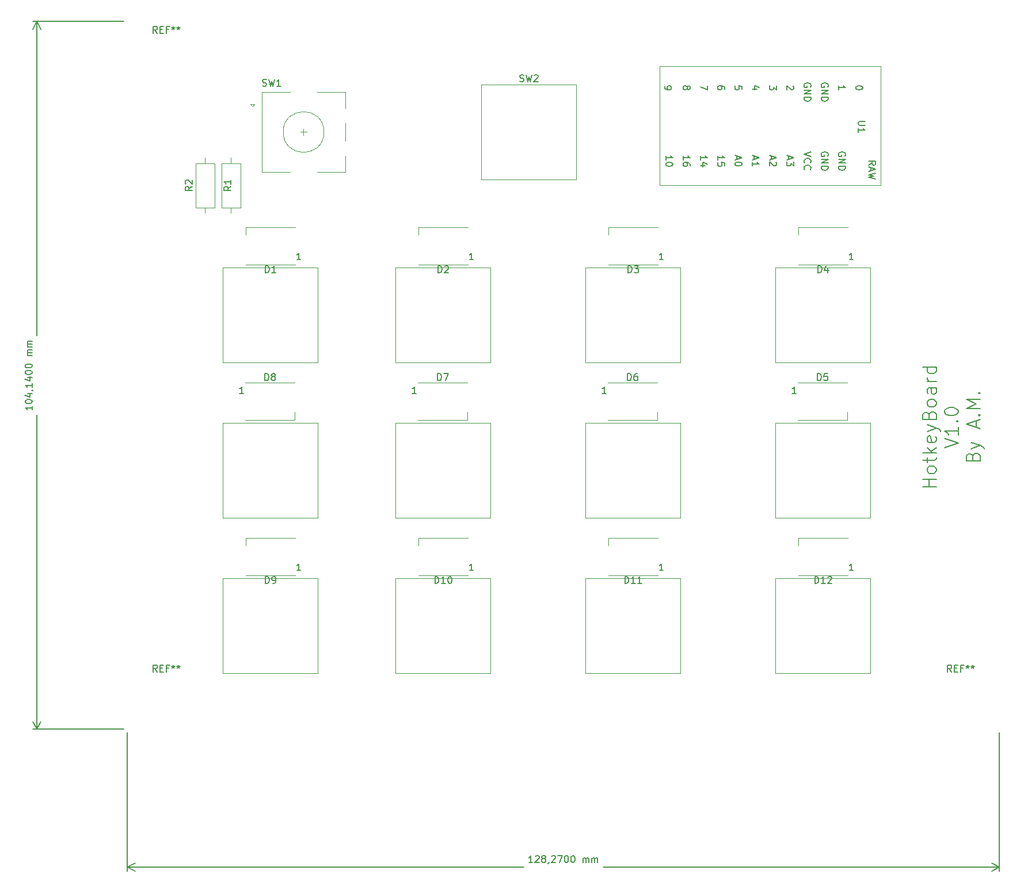
<source format=gbr>
%TF.GenerationSoftware,KiCad,Pcbnew,(6.0.0)*%
%TF.CreationDate,2022-02-08T13:18:20+01:00*%
%TF.ProjectId,hotkeyboard,686f746b-6579-4626-9f61-72642e6b6963,rev?*%
%TF.SameCoordinates,Original*%
%TF.FileFunction,Legend,Top*%
%TF.FilePolarity,Positive*%
%FSLAX46Y46*%
G04 Gerber Fmt 4.6, Leading zero omitted, Abs format (unit mm)*
G04 Created by KiCad (PCBNEW (6.0.0)) date 2022-02-08 13:18:20*
%MOMM*%
%LPD*%
G01*
G04 APERTURE LIST*
%ADD10C,0.150000*%
%ADD11C,0.120000*%
G04 APERTURE END LIST*
D10*
X25972380Y-79453809D02*
X25972380Y-80025238D01*
X25972380Y-79739523D02*
X24972380Y-79739523D01*
X25115238Y-79834761D01*
X25210476Y-79930000D01*
X25258095Y-80025238D01*
X24972380Y-78834761D02*
X24972380Y-78739523D01*
X25020000Y-78644285D01*
X25067619Y-78596666D01*
X25162857Y-78549047D01*
X25353333Y-78501428D01*
X25591428Y-78501428D01*
X25781904Y-78549047D01*
X25877142Y-78596666D01*
X25924761Y-78644285D01*
X25972380Y-78739523D01*
X25972380Y-78834761D01*
X25924761Y-78930000D01*
X25877142Y-78977619D01*
X25781904Y-79025238D01*
X25591428Y-79072857D01*
X25353333Y-79072857D01*
X25162857Y-79025238D01*
X25067619Y-78977619D01*
X25020000Y-78930000D01*
X24972380Y-78834761D01*
X25305714Y-77644285D02*
X25972380Y-77644285D01*
X24924761Y-77882380D02*
X25639047Y-78120476D01*
X25639047Y-77501428D01*
X25924761Y-77072857D02*
X25972380Y-77072857D01*
X26067619Y-77120476D01*
X26115238Y-77168095D01*
X25972380Y-76120476D02*
X25972380Y-76691904D01*
X25972380Y-76406190D02*
X24972380Y-76406190D01*
X25115238Y-76501428D01*
X25210476Y-76596666D01*
X25258095Y-76691904D01*
X25305714Y-75263333D02*
X25972380Y-75263333D01*
X24924761Y-75501428D02*
X25639047Y-75739523D01*
X25639047Y-75120476D01*
X24972380Y-74549047D02*
X24972380Y-74453809D01*
X25020000Y-74358571D01*
X25067619Y-74310952D01*
X25162857Y-74263333D01*
X25353333Y-74215714D01*
X25591428Y-74215714D01*
X25781904Y-74263333D01*
X25877142Y-74310952D01*
X25924761Y-74358571D01*
X25972380Y-74453809D01*
X25972380Y-74549047D01*
X25924761Y-74644285D01*
X25877142Y-74691904D01*
X25781904Y-74739523D01*
X25591428Y-74787142D01*
X25353333Y-74787142D01*
X25162857Y-74739523D01*
X25067619Y-74691904D01*
X25020000Y-74644285D01*
X24972380Y-74549047D01*
X24972380Y-73596666D02*
X24972380Y-73501428D01*
X25020000Y-73406190D01*
X25067619Y-73358571D01*
X25162857Y-73310952D01*
X25353333Y-73263333D01*
X25591428Y-73263333D01*
X25781904Y-73310952D01*
X25877142Y-73358571D01*
X25924761Y-73406190D01*
X25972380Y-73501428D01*
X25972380Y-73596666D01*
X25924761Y-73691904D01*
X25877142Y-73739523D01*
X25781904Y-73787142D01*
X25591428Y-73834761D01*
X25353333Y-73834761D01*
X25162857Y-73787142D01*
X25067619Y-73739523D01*
X25020000Y-73691904D01*
X24972380Y-73596666D01*
X25972380Y-72072857D02*
X25305714Y-72072857D01*
X25400952Y-72072857D02*
X25353333Y-72025238D01*
X25305714Y-71930000D01*
X25305714Y-71787142D01*
X25353333Y-71691904D01*
X25448571Y-71644285D01*
X25972380Y-71644285D01*
X25448571Y-71644285D02*
X25353333Y-71596666D01*
X25305714Y-71501428D01*
X25305714Y-71358571D01*
X25353333Y-71263333D01*
X25448571Y-71215714D01*
X25972380Y-71215714D01*
X25972380Y-70739523D02*
X25305714Y-70739523D01*
X25400952Y-70739523D02*
X25353333Y-70691904D01*
X25305714Y-70596666D01*
X25305714Y-70453809D01*
X25353333Y-70358571D01*
X25448571Y-70310952D01*
X25972380Y-70310952D01*
X25448571Y-70310952D02*
X25353333Y-70263333D01*
X25305714Y-70168095D01*
X25305714Y-70025238D01*
X25353333Y-69930000D01*
X25448571Y-69882380D01*
X25972380Y-69882380D01*
X39505000Y-127000000D02*
X26083580Y-127000000D01*
X39505000Y-22860000D02*
X26083580Y-22860000D01*
X26670000Y-127000000D02*
X26670000Y-80790714D01*
X26670000Y-69069285D02*
X26670000Y-22860000D01*
X26670000Y-127000000D02*
X27256421Y-125873496D01*
X26670000Y-127000000D02*
X26083579Y-125873496D01*
X26670000Y-22860000D02*
X26083579Y-23986504D01*
X26670000Y-22860000D02*
X27256421Y-23986504D01*
X99616190Y-146622380D02*
X99044761Y-146622380D01*
X99330476Y-146622380D02*
X99330476Y-145622380D01*
X99235238Y-145765238D01*
X99140000Y-145860476D01*
X99044761Y-145908095D01*
X99997142Y-145717619D02*
X100044761Y-145670000D01*
X100140000Y-145622380D01*
X100378095Y-145622380D01*
X100473333Y-145670000D01*
X100520952Y-145717619D01*
X100568571Y-145812857D01*
X100568571Y-145908095D01*
X100520952Y-146050952D01*
X99949523Y-146622380D01*
X100568571Y-146622380D01*
X101140000Y-146050952D02*
X101044761Y-146003333D01*
X100997142Y-145955714D01*
X100949523Y-145860476D01*
X100949523Y-145812857D01*
X100997142Y-145717619D01*
X101044761Y-145670000D01*
X101140000Y-145622380D01*
X101330476Y-145622380D01*
X101425714Y-145670000D01*
X101473333Y-145717619D01*
X101520952Y-145812857D01*
X101520952Y-145860476D01*
X101473333Y-145955714D01*
X101425714Y-146003333D01*
X101330476Y-146050952D01*
X101140000Y-146050952D01*
X101044761Y-146098571D01*
X100997142Y-146146190D01*
X100949523Y-146241428D01*
X100949523Y-146431904D01*
X100997142Y-146527142D01*
X101044761Y-146574761D01*
X101140000Y-146622380D01*
X101330476Y-146622380D01*
X101425714Y-146574761D01*
X101473333Y-146527142D01*
X101520952Y-146431904D01*
X101520952Y-146241428D01*
X101473333Y-146146190D01*
X101425714Y-146098571D01*
X101330476Y-146050952D01*
X101997142Y-146574761D02*
X101997142Y-146622380D01*
X101949523Y-146717619D01*
X101901904Y-146765238D01*
X102378095Y-145717619D02*
X102425714Y-145670000D01*
X102520952Y-145622380D01*
X102759047Y-145622380D01*
X102854285Y-145670000D01*
X102901904Y-145717619D01*
X102949523Y-145812857D01*
X102949523Y-145908095D01*
X102901904Y-146050952D01*
X102330476Y-146622380D01*
X102949523Y-146622380D01*
X103282857Y-145622380D02*
X103949523Y-145622380D01*
X103520952Y-146622380D01*
X104520952Y-145622380D02*
X104616190Y-145622380D01*
X104711428Y-145670000D01*
X104759047Y-145717619D01*
X104806666Y-145812857D01*
X104854285Y-146003333D01*
X104854285Y-146241428D01*
X104806666Y-146431904D01*
X104759047Y-146527142D01*
X104711428Y-146574761D01*
X104616190Y-146622380D01*
X104520952Y-146622380D01*
X104425714Y-146574761D01*
X104378095Y-146527142D01*
X104330476Y-146431904D01*
X104282857Y-146241428D01*
X104282857Y-146003333D01*
X104330476Y-145812857D01*
X104378095Y-145717619D01*
X104425714Y-145670000D01*
X104520952Y-145622380D01*
X105473333Y-145622380D02*
X105568571Y-145622380D01*
X105663809Y-145670000D01*
X105711428Y-145717619D01*
X105759047Y-145812857D01*
X105806666Y-146003333D01*
X105806666Y-146241428D01*
X105759047Y-146431904D01*
X105711428Y-146527142D01*
X105663809Y-146574761D01*
X105568571Y-146622380D01*
X105473333Y-146622380D01*
X105378095Y-146574761D01*
X105330476Y-146527142D01*
X105282857Y-146431904D01*
X105235238Y-146241428D01*
X105235238Y-146003333D01*
X105282857Y-145812857D01*
X105330476Y-145717619D01*
X105378095Y-145670000D01*
X105473333Y-145622380D01*
X106997142Y-146622380D02*
X106997142Y-145955714D01*
X106997142Y-146050952D02*
X107044761Y-146003333D01*
X107140000Y-145955714D01*
X107282857Y-145955714D01*
X107378095Y-146003333D01*
X107425714Y-146098571D01*
X107425714Y-146622380D01*
X107425714Y-146098571D02*
X107473333Y-146003333D01*
X107568571Y-145955714D01*
X107711428Y-145955714D01*
X107806666Y-146003333D01*
X107854285Y-146098571D01*
X107854285Y-146622380D01*
X108330476Y-146622380D02*
X108330476Y-145955714D01*
X108330476Y-146050952D02*
X108378095Y-146003333D01*
X108473333Y-145955714D01*
X108616190Y-145955714D01*
X108711428Y-146003333D01*
X108759047Y-146098571D01*
X108759047Y-146622380D01*
X108759047Y-146098571D02*
X108806666Y-146003333D01*
X108901904Y-145955714D01*
X109044761Y-145955714D01*
X109140000Y-146003333D01*
X109187619Y-146098571D01*
X109187619Y-146622380D01*
X40005000Y-127500000D02*
X40005000Y-147906420D01*
X168275000Y-127500000D02*
X168275000Y-147906420D01*
X40005000Y-147320000D02*
X98279286Y-147320000D01*
X110000715Y-147320000D02*
X168275000Y-147320000D01*
X40005000Y-147320000D02*
X41131504Y-147906421D01*
X40005000Y-147320000D02*
X41131504Y-146733579D01*
X168275000Y-147320000D02*
X167148496Y-146733579D01*
X168275000Y-147320000D02*
X167148496Y-147906421D01*
X158974761Y-91359523D02*
X156974761Y-91359523D01*
X157927142Y-91359523D02*
X157927142Y-90216666D01*
X158974761Y-90216666D02*
X156974761Y-90216666D01*
X158974761Y-88978571D02*
X158879523Y-89169047D01*
X158784285Y-89264285D01*
X158593809Y-89359523D01*
X158022380Y-89359523D01*
X157831904Y-89264285D01*
X157736666Y-89169047D01*
X157641428Y-88978571D01*
X157641428Y-88692857D01*
X157736666Y-88502380D01*
X157831904Y-88407142D01*
X158022380Y-88311904D01*
X158593809Y-88311904D01*
X158784285Y-88407142D01*
X158879523Y-88502380D01*
X158974761Y-88692857D01*
X158974761Y-88978571D01*
X157641428Y-87740476D02*
X157641428Y-86978571D01*
X156974761Y-87454761D02*
X158689047Y-87454761D01*
X158879523Y-87359523D01*
X158974761Y-87169047D01*
X158974761Y-86978571D01*
X158974761Y-86311904D02*
X156974761Y-86311904D01*
X158212857Y-86121428D02*
X158974761Y-85550000D01*
X157641428Y-85550000D02*
X158403333Y-86311904D01*
X158879523Y-83930952D02*
X158974761Y-84121428D01*
X158974761Y-84502380D01*
X158879523Y-84692857D01*
X158689047Y-84788095D01*
X157927142Y-84788095D01*
X157736666Y-84692857D01*
X157641428Y-84502380D01*
X157641428Y-84121428D01*
X157736666Y-83930952D01*
X157927142Y-83835714D01*
X158117619Y-83835714D01*
X158308095Y-84788095D01*
X157641428Y-83169047D02*
X158974761Y-82692857D01*
X157641428Y-82216666D02*
X158974761Y-82692857D01*
X159450952Y-82883333D01*
X159546190Y-82978571D01*
X159641428Y-83169047D01*
X157927142Y-80788095D02*
X158022380Y-80502380D01*
X158117619Y-80407142D01*
X158308095Y-80311904D01*
X158593809Y-80311904D01*
X158784285Y-80407142D01*
X158879523Y-80502380D01*
X158974761Y-80692857D01*
X158974761Y-81454761D01*
X156974761Y-81454761D01*
X156974761Y-80788095D01*
X157070000Y-80597619D01*
X157165238Y-80502380D01*
X157355714Y-80407142D01*
X157546190Y-80407142D01*
X157736666Y-80502380D01*
X157831904Y-80597619D01*
X157927142Y-80788095D01*
X157927142Y-81454761D01*
X158974761Y-79169047D02*
X158879523Y-79359523D01*
X158784285Y-79454761D01*
X158593809Y-79550000D01*
X158022380Y-79550000D01*
X157831904Y-79454761D01*
X157736666Y-79359523D01*
X157641428Y-79169047D01*
X157641428Y-78883333D01*
X157736666Y-78692857D01*
X157831904Y-78597619D01*
X158022380Y-78502380D01*
X158593809Y-78502380D01*
X158784285Y-78597619D01*
X158879523Y-78692857D01*
X158974761Y-78883333D01*
X158974761Y-79169047D01*
X158974761Y-76788095D02*
X157927142Y-76788095D01*
X157736666Y-76883333D01*
X157641428Y-77073809D01*
X157641428Y-77454761D01*
X157736666Y-77645238D01*
X158879523Y-76788095D02*
X158974761Y-76978571D01*
X158974761Y-77454761D01*
X158879523Y-77645238D01*
X158689047Y-77740476D01*
X158498571Y-77740476D01*
X158308095Y-77645238D01*
X158212857Y-77454761D01*
X158212857Y-76978571D01*
X158117619Y-76788095D01*
X158974761Y-75835714D02*
X157641428Y-75835714D01*
X158022380Y-75835714D02*
X157831904Y-75740476D01*
X157736666Y-75645238D01*
X157641428Y-75454761D01*
X157641428Y-75264285D01*
X158974761Y-73740476D02*
X156974761Y-73740476D01*
X158879523Y-73740476D02*
X158974761Y-73930952D01*
X158974761Y-74311904D01*
X158879523Y-74502380D01*
X158784285Y-74597619D01*
X158593809Y-74692857D01*
X158022380Y-74692857D01*
X157831904Y-74597619D01*
X157736666Y-74502380D01*
X157641428Y-74311904D01*
X157641428Y-73930952D01*
X157736666Y-73740476D01*
X160194761Y-85597619D02*
X162194761Y-84930952D01*
X160194761Y-84264285D01*
X162194761Y-82550000D02*
X162194761Y-83692857D01*
X162194761Y-83121428D02*
X160194761Y-83121428D01*
X160480476Y-83311904D01*
X160670952Y-83502380D01*
X160766190Y-83692857D01*
X162004285Y-81692857D02*
X162099523Y-81597619D01*
X162194761Y-81692857D01*
X162099523Y-81788095D01*
X162004285Y-81692857D01*
X162194761Y-81692857D01*
X160194761Y-80359523D02*
X160194761Y-80169047D01*
X160290000Y-79978571D01*
X160385238Y-79883333D01*
X160575714Y-79788095D01*
X160956666Y-79692857D01*
X161432857Y-79692857D01*
X161813809Y-79788095D01*
X162004285Y-79883333D01*
X162099523Y-79978571D01*
X162194761Y-80169047D01*
X162194761Y-80359523D01*
X162099523Y-80550000D01*
X162004285Y-80645238D01*
X161813809Y-80740476D01*
X161432857Y-80835714D01*
X160956666Y-80835714D01*
X160575714Y-80740476D01*
X160385238Y-80645238D01*
X160290000Y-80550000D01*
X160194761Y-80359523D01*
X164367142Y-86883333D02*
X164462380Y-86597619D01*
X164557619Y-86502380D01*
X164748095Y-86407142D01*
X165033809Y-86407142D01*
X165224285Y-86502380D01*
X165319523Y-86597619D01*
X165414761Y-86788095D01*
X165414761Y-87550000D01*
X163414761Y-87550000D01*
X163414761Y-86883333D01*
X163510000Y-86692857D01*
X163605238Y-86597619D01*
X163795714Y-86502380D01*
X163986190Y-86502380D01*
X164176666Y-86597619D01*
X164271904Y-86692857D01*
X164367142Y-86883333D01*
X164367142Y-87550000D01*
X164081428Y-85740476D02*
X165414761Y-85264285D01*
X164081428Y-84788095D02*
X165414761Y-85264285D01*
X165890952Y-85454761D01*
X165986190Y-85550000D01*
X166081428Y-85740476D01*
X164843333Y-82597619D02*
X164843333Y-81645238D01*
X165414761Y-82788095D02*
X163414761Y-82121428D01*
X165414761Y-81454761D01*
X165224285Y-80788095D02*
X165319523Y-80692857D01*
X165414761Y-80788095D01*
X165319523Y-80883333D01*
X165224285Y-80788095D01*
X165414761Y-80788095D01*
X165414761Y-79835714D02*
X163414761Y-79835714D01*
X164843333Y-79169047D01*
X163414761Y-78502380D01*
X165414761Y-78502380D01*
X165224285Y-77550000D02*
X165319523Y-77454761D01*
X165414761Y-77550000D01*
X165319523Y-77645238D01*
X165224285Y-77550000D01*
X165414761Y-77550000D01*
%TO.C,U1*%
X148522619Y-37573095D02*
X147713095Y-37573095D01*
X147617857Y-37620714D01*
X147570238Y-37668333D01*
X147522619Y-37763571D01*
X147522619Y-37954047D01*
X147570238Y-38049285D01*
X147617857Y-38096904D01*
X147713095Y-38144523D01*
X148522619Y-38144523D01*
X147522619Y-39144523D02*
X147522619Y-38573095D01*
X147522619Y-38858809D02*
X148522619Y-38858809D01*
X148379761Y-38763571D01*
X148284523Y-38668333D01*
X148236904Y-38573095D01*
X124287619Y-43224523D02*
X124287619Y-42653095D01*
X124287619Y-42938809D02*
X125287619Y-42938809D01*
X125144761Y-42843571D01*
X125049523Y-42748333D01*
X125001904Y-42653095D01*
X124954285Y-44081666D02*
X124287619Y-44081666D01*
X125335238Y-43843571D02*
X124620952Y-43605476D01*
X124620952Y-44224523D01*
X121747619Y-43224523D02*
X121747619Y-42653095D01*
X121747619Y-42938809D02*
X122747619Y-42938809D01*
X122604761Y-42843571D01*
X122509523Y-42748333D01*
X122461904Y-42653095D01*
X122747619Y-44081666D02*
X122747619Y-43891190D01*
X122700000Y-43795952D01*
X122652380Y-43748333D01*
X122509523Y-43653095D01*
X122319047Y-43605476D01*
X121938095Y-43605476D01*
X121842857Y-43653095D01*
X121795238Y-43700714D01*
X121747619Y-43795952D01*
X121747619Y-43986428D01*
X121795238Y-44081666D01*
X121842857Y-44129285D01*
X121938095Y-44176904D01*
X122176190Y-44176904D01*
X122271428Y-44129285D01*
X122319047Y-44081666D01*
X122366666Y-43986428D01*
X122366666Y-43795952D01*
X122319047Y-43700714D01*
X122271428Y-43653095D01*
X122176190Y-43605476D01*
X119207619Y-43224523D02*
X119207619Y-42653095D01*
X119207619Y-42938809D02*
X120207619Y-42938809D01*
X120064761Y-42843571D01*
X119969523Y-42748333D01*
X119921904Y-42653095D01*
X120207619Y-43843571D02*
X120207619Y-43938809D01*
X120160000Y-44034047D01*
X120112380Y-44081666D01*
X120017142Y-44129285D01*
X119826666Y-44176904D01*
X119588571Y-44176904D01*
X119398095Y-44129285D01*
X119302857Y-44081666D01*
X119255238Y-44034047D01*
X119207619Y-43938809D01*
X119207619Y-43843571D01*
X119255238Y-43748333D01*
X119302857Y-43700714D01*
X119398095Y-43653095D01*
X119588571Y-43605476D01*
X119826666Y-43605476D01*
X120017142Y-43653095D01*
X120112380Y-43700714D01*
X120160000Y-43748333D01*
X120207619Y-43843571D01*
X132193333Y-42700714D02*
X132193333Y-43176904D01*
X131907619Y-42605476D02*
X132907619Y-42938809D01*
X131907619Y-43272142D01*
X131907619Y-44129285D02*
X131907619Y-43557857D01*
X131907619Y-43843571D02*
X132907619Y-43843571D01*
X132764761Y-43748333D01*
X132669523Y-43653095D01*
X132621904Y-43557857D01*
X122319047Y-32524761D02*
X122366666Y-32429523D01*
X122414285Y-32381904D01*
X122509523Y-32334285D01*
X122557142Y-32334285D01*
X122652380Y-32381904D01*
X122700000Y-32429523D01*
X122747619Y-32524761D01*
X122747619Y-32715238D01*
X122700000Y-32810476D01*
X122652380Y-32858095D01*
X122557142Y-32905714D01*
X122509523Y-32905714D01*
X122414285Y-32858095D01*
X122366666Y-32810476D01*
X122319047Y-32715238D01*
X122319047Y-32524761D01*
X122271428Y-32429523D01*
X122223809Y-32381904D01*
X122128571Y-32334285D01*
X121938095Y-32334285D01*
X121842857Y-32381904D01*
X121795238Y-32429523D01*
X121747619Y-32524761D01*
X121747619Y-32715238D01*
X121795238Y-32810476D01*
X121842857Y-32858095D01*
X121938095Y-32905714D01*
X122128571Y-32905714D01*
X122223809Y-32858095D01*
X122271428Y-32810476D01*
X122319047Y-32715238D01*
X149052619Y-43994523D02*
X149528809Y-43661190D01*
X149052619Y-43423095D02*
X150052619Y-43423095D01*
X150052619Y-43804047D01*
X150005000Y-43899285D01*
X149957380Y-43946904D01*
X149862142Y-43994523D01*
X149719285Y-43994523D01*
X149624047Y-43946904D01*
X149576428Y-43899285D01*
X149528809Y-43804047D01*
X149528809Y-43423095D01*
X149338333Y-44375476D02*
X149338333Y-44851666D01*
X149052619Y-44280238D02*
X150052619Y-44613571D01*
X149052619Y-44946904D01*
X150052619Y-45185000D02*
X149052619Y-45423095D01*
X149766904Y-45613571D01*
X149052619Y-45804047D01*
X150052619Y-46042142D01*
X127827619Y-32810476D02*
X127827619Y-32620000D01*
X127780000Y-32524761D01*
X127732380Y-32477142D01*
X127589523Y-32381904D01*
X127399047Y-32334285D01*
X127018095Y-32334285D01*
X126922857Y-32381904D01*
X126875238Y-32429523D01*
X126827619Y-32524761D01*
X126827619Y-32715238D01*
X126875238Y-32810476D01*
X126922857Y-32858095D01*
X127018095Y-32905714D01*
X127256190Y-32905714D01*
X127351428Y-32858095D01*
X127399047Y-32810476D01*
X127446666Y-32715238D01*
X127446666Y-32524761D01*
X127399047Y-32429523D01*
X127351428Y-32381904D01*
X127256190Y-32334285D01*
X119022619Y-32429523D02*
X119022619Y-32620000D01*
X119070238Y-32715238D01*
X119117857Y-32762857D01*
X119260714Y-32858095D01*
X119451190Y-32905714D01*
X119832142Y-32905714D01*
X119927380Y-32858095D01*
X119975000Y-32810476D01*
X120022619Y-32715238D01*
X120022619Y-32524761D01*
X119975000Y-32429523D01*
X119927380Y-32381904D01*
X119832142Y-32334285D01*
X119594047Y-32334285D01*
X119498809Y-32381904D01*
X119451190Y-32429523D01*
X119403571Y-32524761D01*
X119403571Y-32715238D01*
X119451190Y-32810476D01*
X119498809Y-32858095D01*
X119594047Y-32905714D01*
X134733333Y-42700714D02*
X134733333Y-43176904D01*
X134447619Y-42605476D02*
X135447619Y-42938809D01*
X134447619Y-43272142D01*
X135352380Y-43557857D02*
X135400000Y-43605476D01*
X135447619Y-43700714D01*
X135447619Y-43938809D01*
X135400000Y-44034047D01*
X135352380Y-44081666D01*
X135257142Y-44129285D01*
X135161904Y-44129285D01*
X135019047Y-44081666D01*
X134447619Y-43510238D01*
X134447619Y-44129285D01*
X143020000Y-32493095D02*
X143067619Y-32397857D01*
X143067619Y-32255000D01*
X143020000Y-32112142D01*
X142924761Y-32016904D01*
X142829523Y-31969285D01*
X142639047Y-31921666D01*
X142496190Y-31921666D01*
X142305714Y-31969285D01*
X142210476Y-32016904D01*
X142115238Y-32112142D01*
X142067619Y-32255000D01*
X142067619Y-32350238D01*
X142115238Y-32493095D01*
X142162857Y-32540714D01*
X142496190Y-32540714D01*
X142496190Y-32350238D01*
X142067619Y-32969285D02*
X143067619Y-32969285D01*
X142067619Y-33540714D01*
X143067619Y-33540714D01*
X142067619Y-34016904D02*
X143067619Y-34016904D01*
X143067619Y-34255000D01*
X143020000Y-34397857D01*
X142924761Y-34493095D01*
X142829523Y-34540714D01*
X142639047Y-34588333D01*
X142496190Y-34588333D01*
X142305714Y-34540714D01*
X142210476Y-34493095D01*
X142115238Y-34397857D01*
X142067619Y-34255000D01*
X142067619Y-34016904D01*
X135447619Y-32286666D02*
X135447619Y-32905714D01*
X135066666Y-32572380D01*
X135066666Y-32715238D01*
X135019047Y-32810476D01*
X134971428Y-32858095D01*
X134876190Y-32905714D01*
X134638095Y-32905714D01*
X134542857Y-32858095D01*
X134495238Y-32810476D01*
X134447619Y-32715238D01*
X134447619Y-32429523D01*
X134495238Y-32334285D01*
X134542857Y-32286666D01*
X137273333Y-42700714D02*
X137273333Y-43176904D01*
X136987619Y-42605476D02*
X137987619Y-42938809D01*
X136987619Y-43272142D01*
X137987619Y-43510238D02*
X137987619Y-44129285D01*
X137606666Y-43795952D01*
X137606666Y-43938809D01*
X137559047Y-44034047D01*
X137511428Y-44081666D01*
X137416190Y-44129285D01*
X137178095Y-44129285D01*
X137082857Y-44081666D01*
X137035238Y-44034047D01*
X136987619Y-43938809D01*
X136987619Y-43653095D01*
X137035238Y-43557857D01*
X137082857Y-43510238D01*
X125287619Y-32286666D02*
X125287619Y-32953333D01*
X124287619Y-32524761D01*
X145560000Y-42653095D02*
X145607619Y-42557857D01*
X145607619Y-42415000D01*
X145560000Y-42272142D01*
X145464761Y-42176904D01*
X145369523Y-42129285D01*
X145179047Y-42081666D01*
X145036190Y-42081666D01*
X144845714Y-42129285D01*
X144750476Y-42176904D01*
X144655238Y-42272142D01*
X144607619Y-42415000D01*
X144607619Y-42510238D01*
X144655238Y-42653095D01*
X144702857Y-42700714D01*
X145036190Y-42700714D01*
X145036190Y-42510238D01*
X144607619Y-43129285D02*
X145607619Y-43129285D01*
X144607619Y-43700714D01*
X145607619Y-43700714D01*
X144607619Y-44176904D02*
X145607619Y-44176904D01*
X145607619Y-44415000D01*
X145560000Y-44557857D01*
X145464761Y-44653095D01*
X145369523Y-44700714D01*
X145179047Y-44748333D01*
X145036190Y-44748333D01*
X144845714Y-44700714D01*
X144750476Y-44653095D01*
X144655238Y-44557857D01*
X144607619Y-44415000D01*
X144607619Y-44176904D01*
X143020000Y-42653095D02*
X143067619Y-42557857D01*
X143067619Y-42415000D01*
X143020000Y-42272142D01*
X142924761Y-42176904D01*
X142829523Y-42129285D01*
X142639047Y-42081666D01*
X142496190Y-42081666D01*
X142305714Y-42129285D01*
X142210476Y-42176904D01*
X142115238Y-42272142D01*
X142067619Y-42415000D01*
X142067619Y-42510238D01*
X142115238Y-42653095D01*
X142162857Y-42700714D01*
X142496190Y-42700714D01*
X142496190Y-42510238D01*
X142067619Y-43129285D02*
X143067619Y-43129285D01*
X142067619Y-43700714D01*
X143067619Y-43700714D01*
X142067619Y-44176904D02*
X143067619Y-44176904D01*
X143067619Y-44415000D01*
X143020000Y-44557857D01*
X142924761Y-44653095D01*
X142829523Y-44700714D01*
X142639047Y-44748333D01*
X142496190Y-44748333D01*
X142305714Y-44700714D01*
X142210476Y-44653095D01*
X142115238Y-44557857D01*
X142067619Y-44415000D01*
X142067619Y-44176904D01*
X130367619Y-32858095D02*
X130367619Y-32381904D01*
X129891428Y-32334285D01*
X129939047Y-32381904D01*
X129986666Y-32477142D01*
X129986666Y-32715238D01*
X129939047Y-32810476D01*
X129891428Y-32858095D01*
X129796190Y-32905714D01*
X129558095Y-32905714D01*
X129462857Y-32858095D01*
X129415238Y-32810476D01*
X129367619Y-32715238D01*
X129367619Y-32477142D01*
X129415238Y-32381904D01*
X129462857Y-32334285D01*
X132574285Y-32810476D02*
X131907619Y-32810476D01*
X132955238Y-32572380D02*
X132240952Y-32334285D01*
X132240952Y-32953333D01*
X140480000Y-32493095D02*
X140527619Y-32397857D01*
X140527619Y-32255000D01*
X140480000Y-32112142D01*
X140384761Y-32016904D01*
X140289523Y-31969285D01*
X140099047Y-31921666D01*
X139956190Y-31921666D01*
X139765714Y-31969285D01*
X139670476Y-32016904D01*
X139575238Y-32112142D01*
X139527619Y-32255000D01*
X139527619Y-32350238D01*
X139575238Y-32493095D01*
X139622857Y-32540714D01*
X139956190Y-32540714D01*
X139956190Y-32350238D01*
X139527619Y-32969285D02*
X140527619Y-32969285D01*
X139527619Y-33540714D01*
X140527619Y-33540714D01*
X139527619Y-34016904D02*
X140527619Y-34016904D01*
X140527619Y-34255000D01*
X140480000Y-34397857D01*
X140384761Y-34493095D01*
X140289523Y-34540714D01*
X140099047Y-34588333D01*
X139956190Y-34588333D01*
X139765714Y-34540714D01*
X139670476Y-34493095D01*
X139575238Y-34397857D01*
X139527619Y-34255000D01*
X139527619Y-34016904D01*
X129653333Y-42700714D02*
X129653333Y-43176904D01*
X129367619Y-42605476D02*
X130367619Y-42938809D01*
X129367619Y-43272142D01*
X130367619Y-43795952D02*
X130367619Y-43891190D01*
X130320000Y-43986428D01*
X130272380Y-44034047D01*
X130177142Y-44081666D01*
X129986666Y-44129285D01*
X129748571Y-44129285D01*
X129558095Y-44081666D01*
X129462857Y-44034047D01*
X129415238Y-43986428D01*
X129367619Y-43891190D01*
X129367619Y-43795952D01*
X129415238Y-43700714D01*
X129462857Y-43653095D01*
X129558095Y-43605476D01*
X129748571Y-43557857D01*
X129986666Y-43557857D01*
X130177142Y-43605476D01*
X130272380Y-43653095D01*
X130320000Y-43700714D01*
X130367619Y-43795952D01*
X126827619Y-43224523D02*
X126827619Y-42653095D01*
X126827619Y-42938809D02*
X127827619Y-42938809D01*
X127684761Y-42843571D01*
X127589523Y-42748333D01*
X127541904Y-42653095D01*
X127827619Y-44129285D02*
X127827619Y-43653095D01*
X127351428Y-43605476D01*
X127399047Y-43653095D01*
X127446666Y-43748333D01*
X127446666Y-43986428D01*
X127399047Y-44081666D01*
X127351428Y-44129285D01*
X127256190Y-44176904D01*
X127018095Y-44176904D01*
X126922857Y-44129285D01*
X126875238Y-44081666D01*
X126827619Y-43986428D01*
X126827619Y-43748333D01*
X126875238Y-43653095D01*
X126922857Y-43605476D01*
X140527619Y-42081666D02*
X139527619Y-42415000D01*
X140527619Y-42748333D01*
X139622857Y-43653095D02*
X139575238Y-43605476D01*
X139527619Y-43462619D01*
X139527619Y-43367380D01*
X139575238Y-43224523D01*
X139670476Y-43129285D01*
X139765714Y-43081666D01*
X139956190Y-43034047D01*
X140099047Y-43034047D01*
X140289523Y-43081666D01*
X140384761Y-43129285D01*
X140480000Y-43224523D01*
X140527619Y-43367380D01*
X140527619Y-43462619D01*
X140480000Y-43605476D01*
X140432380Y-43653095D01*
X139622857Y-44653095D02*
X139575238Y-44605476D01*
X139527619Y-44462619D01*
X139527619Y-44367380D01*
X139575238Y-44224523D01*
X139670476Y-44129285D01*
X139765714Y-44081666D01*
X139956190Y-44034047D01*
X140099047Y-44034047D01*
X140289523Y-44081666D01*
X140384761Y-44129285D01*
X140480000Y-44224523D01*
X140527619Y-44367380D01*
X140527619Y-44462619D01*
X140480000Y-44605476D01*
X140432380Y-44653095D01*
X144607619Y-32905714D02*
X144607619Y-32334285D01*
X144607619Y-32620000D02*
X145607619Y-32620000D01*
X145464761Y-32524761D01*
X145369523Y-32429523D01*
X145321904Y-32334285D01*
X148147619Y-32572380D02*
X148147619Y-32667619D01*
X148100000Y-32762857D01*
X148052380Y-32810476D01*
X147957142Y-32858095D01*
X147766666Y-32905714D01*
X147528571Y-32905714D01*
X147338095Y-32858095D01*
X147242857Y-32810476D01*
X147195238Y-32762857D01*
X147147619Y-32667619D01*
X147147619Y-32572380D01*
X147195238Y-32477142D01*
X147242857Y-32429523D01*
X147338095Y-32381904D01*
X147528571Y-32334285D01*
X147766666Y-32334285D01*
X147957142Y-32381904D01*
X148052380Y-32429523D01*
X148100000Y-32477142D01*
X148147619Y-32572380D01*
X137892380Y-32334285D02*
X137940000Y-32381904D01*
X137987619Y-32477142D01*
X137987619Y-32715238D01*
X137940000Y-32810476D01*
X137892380Y-32858095D01*
X137797142Y-32905714D01*
X137701904Y-32905714D01*
X137559047Y-32858095D01*
X136987619Y-32286666D01*
X136987619Y-32905714D01*
%TO.C,REF\u002A\u002A*%
X44386666Y-24592380D02*
X44053333Y-24116190D01*
X43815238Y-24592380D02*
X43815238Y-23592380D01*
X44196190Y-23592380D01*
X44291428Y-23640000D01*
X44339047Y-23687619D01*
X44386666Y-23782857D01*
X44386666Y-23925714D01*
X44339047Y-24020952D01*
X44291428Y-24068571D01*
X44196190Y-24116190D01*
X43815238Y-24116190D01*
X44815238Y-24068571D02*
X45148571Y-24068571D01*
X45291428Y-24592380D02*
X44815238Y-24592380D01*
X44815238Y-23592380D01*
X45291428Y-23592380D01*
X46053333Y-24068571D02*
X45720000Y-24068571D01*
X45720000Y-24592380D02*
X45720000Y-23592380D01*
X46196190Y-23592380D01*
X46720000Y-23592380D02*
X46720000Y-23830476D01*
X46481904Y-23735238D02*
X46720000Y-23830476D01*
X46958095Y-23735238D01*
X46577142Y-24020952D02*
X46720000Y-23830476D01*
X46862857Y-24020952D01*
X47481904Y-23592380D02*
X47481904Y-23830476D01*
X47243809Y-23735238D02*
X47481904Y-23830476D01*
X47720000Y-23735238D01*
X47339047Y-24020952D02*
X47481904Y-23830476D01*
X47624761Y-24020952D01*
%TO.C,*%
%TO.C,REF\u002A\u002A*%
X161226666Y-118572380D02*
X160893333Y-118096190D01*
X160655238Y-118572380D02*
X160655238Y-117572380D01*
X161036190Y-117572380D01*
X161131428Y-117620000D01*
X161179047Y-117667619D01*
X161226666Y-117762857D01*
X161226666Y-117905714D01*
X161179047Y-118000952D01*
X161131428Y-118048571D01*
X161036190Y-118096190D01*
X160655238Y-118096190D01*
X161655238Y-118048571D02*
X161988571Y-118048571D01*
X162131428Y-118572380D02*
X161655238Y-118572380D01*
X161655238Y-117572380D01*
X162131428Y-117572380D01*
X162893333Y-118048571D02*
X162560000Y-118048571D01*
X162560000Y-118572380D02*
X162560000Y-117572380D01*
X163036190Y-117572380D01*
X163560000Y-117572380D02*
X163560000Y-117810476D01*
X163321904Y-117715238D02*
X163560000Y-117810476D01*
X163798095Y-117715238D01*
X163417142Y-118000952D02*
X163560000Y-117810476D01*
X163702857Y-118000952D01*
X164321904Y-117572380D02*
X164321904Y-117810476D01*
X164083809Y-117715238D02*
X164321904Y-117810476D01*
X164560000Y-117715238D01*
X164179047Y-118000952D02*
X164321904Y-117810476D01*
X164464761Y-118000952D01*
X44386666Y-118572380D02*
X44053333Y-118096190D01*
X43815238Y-118572380D02*
X43815238Y-117572380D01*
X44196190Y-117572380D01*
X44291428Y-117620000D01*
X44339047Y-117667619D01*
X44386666Y-117762857D01*
X44386666Y-117905714D01*
X44339047Y-118000952D01*
X44291428Y-118048571D01*
X44196190Y-118096190D01*
X43815238Y-118096190D01*
X44815238Y-118048571D02*
X45148571Y-118048571D01*
X45291428Y-118572380D02*
X44815238Y-118572380D01*
X44815238Y-117572380D01*
X45291428Y-117572380D01*
X46053333Y-118048571D02*
X45720000Y-118048571D01*
X45720000Y-118572380D02*
X45720000Y-117572380D01*
X46196190Y-117572380D01*
X46720000Y-117572380D02*
X46720000Y-117810476D01*
X46481904Y-117715238D02*
X46720000Y-117810476D01*
X46958095Y-117715238D01*
X46577142Y-118000952D02*
X46720000Y-117810476D01*
X46862857Y-118000952D01*
X47481904Y-117572380D02*
X47481904Y-117810476D01*
X47243809Y-117715238D02*
X47481904Y-117810476D01*
X47720000Y-117715238D01*
X47339047Y-118000952D02*
X47481904Y-117810476D01*
X47624761Y-118000952D01*
%TO.C,D5*%
X141501904Y-75692380D02*
X141501904Y-74692380D01*
X141740000Y-74692380D01*
X141882857Y-74740000D01*
X141978095Y-74835238D01*
X142025714Y-74930476D01*
X142073333Y-75120952D01*
X142073333Y-75263809D01*
X142025714Y-75454285D01*
X141978095Y-75549523D01*
X141882857Y-75644761D01*
X141740000Y-75692380D01*
X141501904Y-75692380D01*
X142978095Y-74692380D02*
X142501904Y-74692380D01*
X142454285Y-75168571D01*
X142501904Y-75120952D01*
X142597142Y-75073333D01*
X142835238Y-75073333D01*
X142930476Y-75120952D01*
X142978095Y-75168571D01*
X143025714Y-75263809D01*
X143025714Y-75501904D01*
X142978095Y-75597142D01*
X142930476Y-75644761D01*
X142835238Y-75692380D01*
X142597142Y-75692380D01*
X142501904Y-75644761D01*
X142454285Y-75597142D01*
X138375714Y-77592380D02*
X137804285Y-77592380D01*
X138090000Y-77592380D02*
X138090000Y-76592380D01*
X137994761Y-76735238D01*
X137899523Y-76830476D01*
X137804285Y-76878095D01*
%TO.C,*%
%TO.C,D3*%
X113651904Y-59832380D02*
X113651904Y-58832380D01*
X113890000Y-58832380D01*
X114032857Y-58880000D01*
X114128095Y-58975238D01*
X114175714Y-59070476D01*
X114223333Y-59260952D01*
X114223333Y-59403809D01*
X114175714Y-59594285D01*
X114128095Y-59689523D01*
X114032857Y-59784761D01*
X113890000Y-59832380D01*
X113651904Y-59832380D01*
X114556666Y-58832380D02*
X115175714Y-58832380D01*
X114842380Y-59213333D01*
X114985238Y-59213333D01*
X115080476Y-59260952D01*
X115128095Y-59308571D01*
X115175714Y-59403809D01*
X115175714Y-59641904D01*
X115128095Y-59737142D01*
X115080476Y-59784761D01*
X114985238Y-59832380D01*
X114699523Y-59832380D01*
X114604285Y-59784761D01*
X114556666Y-59737142D01*
X118825714Y-57932380D02*
X118254285Y-57932380D01*
X118540000Y-57932380D02*
X118540000Y-56932380D01*
X118444761Y-57075238D01*
X118349523Y-57170476D01*
X118254285Y-57218095D01*
%TO.C,D9*%
X60311904Y-105552380D02*
X60311904Y-104552380D01*
X60550000Y-104552380D01*
X60692857Y-104600000D01*
X60788095Y-104695238D01*
X60835714Y-104790476D01*
X60883333Y-104980952D01*
X60883333Y-105123809D01*
X60835714Y-105314285D01*
X60788095Y-105409523D01*
X60692857Y-105504761D01*
X60550000Y-105552380D01*
X60311904Y-105552380D01*
X61359523Y-105552380D02*
X61550000Y-105552380D01*
X61645238Y-105504761D01*
X61692857Y-105457142D01*
X61788095Y-105314285D01*
X61835714Y-105123809D01*
X61835714Y-104742857D01*
X61788095Y-104647619D01*
X61740476Y-104600000D01*
X61645238Y-104552380D01*
X61454761Y-104552380D01*
X61359523Y-104600000D01*
X61311904Y-104647619D01*
X61264285Y-104742857D01*
X61264285Y-104980952D01*
X61311904Y-105076190D01*
X61359523Y-105123809D01*
X61454761Y-105171428D01*
X61645238Y-105171428D01*
X61740476Y-105123809D01*
X61788095Y-105076190D01*
X61835714Y-104980952D01*
X65485714Y-103652380D02*
X64914285Y-103652380D01*
X65200000Y-103652380D02*
X65200000Y-102652380D01*
X65104761Y-102795238D01*
X65009523Y-102890476D01*
X64914285Y-102938095D01*
%TO.C,D1*%
X60311904Y-59832380D02*
X60311904Y-58832380D01*
X60550000Y-58832380D01*
X60692857Y-58880000D01*
X60788095Y-58975238D01*
X60835714Y-59070476D01*
X60883333Y-59260952D01*
X60883333Y-59403809D01*
X60835714Y-59594285D01*
X60788095Y-59689523D01*
X60692857Y-59784761D01*
X60550000Y-59832380D01*
X60311904Y-59832380D01*
X61835714Y-59832380D02*
X61264285Y-59832380D01*
X61550000Y-59832380D02*
X61550000Y-58832380D01*
X61454761Y-58975238D01*
X61359523Y-59070476D01*
X61264285Y-59118095D01*
X65485714Y-57932380D02*
X64914285Y-57932380D01*
X65200000Y-57932380D02*
X65200000Y-56932380D01*
X65104761Y-57075238D01*
X65009523Y-57170476D01*
X64914285Y-57218095D01*
%TO.C,D4*%
X141591904Y-59832380D02*
X141591904Y-58832380D01*
X141830000Y-58832380D01*
X141972857Y-58880000D01*
X142068095Y-58975238D01*
X142115714Y-59070476D01*
X142163333Y-59260952D01*
X142163333Y-59403809D01*
X142115714Y-59594285D01*
X142068095Y-59689523D01*
X141972857Y-59784761D01*
X141830000Y-59832380D01*
X141591904Y-59832380D01*
X143020476Y-59165714D02*
X143020476Y-59832380D01*
X142782380Y-58784761D02*
X142544285Y-59499047D01*
X143163333Y-59499047D01*
X146765714Y-57932380D02*
X146194285Y-57932380D01*
X146480000Y-57932380D02*
X146480000Y-56932380D01*
X146384761Y-57075238D01*
X146289523Y-57170476D01*
X146194285Y-57218095D01*
%TO.C,*%
%TO.C,SW2*%
X97726666Y-31665761D02*
X97869523Y-31713380D01*
X98107619Y-31713380D01*
X98202857Y-31665761D01*
X98250476Y-31618142D01*
X98298095Y-31522904D01*
X98298095Y-31427666D01*
X98250476Y-31332428D01*
X98202857Y-31284809D01*
X98107619Y-31237190D01*
X97917142Y-31189571D01*
X97821904Y-31141952D01*
X97774285Y-31094333D01*
X97726666Y-30999095D01*
X97726666Y-30903857D01*
X97774285Y-30808619D01*
X97821904Y-30761000D01*
X97917142Y-30713380D01*
X98155238Y-30713380D01*
X98298095Y-30761000D01*
X98631428Y-30713380D02*
X98869523Y-31713380D01*
X99060000Y-30999095D01*
X99250476Y-31713380D01*
X99488571Y-30713380D01*
X99821904Y-30808619D02*
X99869523Y-30761000D01*
X99964761Y-30713380D01*
X100202857Y-30713380D01*
X100298095Y-30761000D01*
X100345714Y-30808619D01*
X100393333Y-30903857D01*
X100393333Y-30999095D01*
X100345714Y-31141952D01*
X99774285Y-31713380D01*
X100393333Y-31713380D01*
%TO.C,*%
%TO.C,R1*%
X55232380Y-47156666D02*
X54756190Y-47490000D01*
X55232380Y-47728095D02*
X54232380Y-47728095D01*
X54232380Y-47347142D01*
X54280000Y-47251904D01*
X54327619Y-47204285D01*
X54422857Y-47156666D01*
X54565714Y-47156666D01*
X54660952Y-47204285D01*
X54708571Y-47251904D01*
X54756190Y-47347142D01*
X54756190Y-47728095D01*
X55232380Y-46204285D02*
X55232380Y-46775714D01*
X55232380Y-46490000D02*
X54232380Y-46490000D01*
X54375238Y-46585238D01*
X54470476Y-46680476D01*
X54518095Y-46775714D01*
%TO.C,R2*%
X49517380Y-47156666D02*
X49041190Y-47490000D01*
X49517380Y-47728095D02*
X48517380Y-47728095D01*
X48517380Y-47347142D01*
X48565000Y-47251904D01*
X48612619Y-47204285D01*
X48707857Y-47156666D01*
X48850714Y-47156666D01*
X48945952Y-47204285D01*
X48993571Y-47251904D01*
X49041190Y-47347142D01*
X49041190Y-47728095D01*
X48612619Y-46775714D02*
X48565000Y-46728095D01*
X48517380Y-46632857D01*
X48517380Y-46394761D01*
X48565000Y-46299523D01*
X48612619Y-46251904D01*
X48707857Y-46204285D01*
X48803095Y-46204285D01*
X48945952Y-46251904D01*
X49517380Y-46823333D01*
X49517380Y-46204285D01*
%TO.C,D8*%
X60221904Y-75692380D02*
X60221904Y-74692380D01*
X60460000Y-74692380D01*
X60602857Y-74740000D01*
X60698095Y-74835238D01*
X60745714Y-74930476D01*
X60793333Y-75120952D01*
X60793333Y-75263809D01*
X60745714Y-75454285D01*
X60698095Y-75549523D01*
X60602857Y-75644761D01*
X60460000Y-75692380D01*
X60221904Y-75692380D01*
X61364761Y-75120952D02*
X61269523Y-75073333D01*
X61221904Y-75025714D01*
X61174285Y-74930476D01*
X61174285Y-74882857D01*
X61221904Y-74787619D01*
X61269523Y-74740000D01*
X61364761Y-74692380D01*
X61555238Y-74692380D01*
X61650476Y-74740000D01*
X61698095Y-74787619D01*
X61745714Y-74882857D01*
X61745714Y-74930476D01*
X61698095Y-75025714D01*
X61650476Y-75073333D01*
X61555238Y-75120952D01*
X61364761Y-75120952D01*
X61269523Y-75168571D01*
X61221904Y-75216190D01*
X61174285Y-75311428D01*
X61174285Y-75501904D01*
X61221904Y-75597142D01*
X61269523Y-75644761D01*
X61364761Y-75692380D01*
X61555238Y-75692380D01*
X61650476Y-75644761D01*
X61698095Y-75597142D01*
X61745714Y-75501904D01*
X61745714Y-75311428D01*
X61698095Y-75216190D01*
X61650476Y-75168571D01*
X61555238Y-75120952D01*
X57095714Y-77592380D02*
X56524285Y-77592380D01*
X56810000Y-77592380D02*
X56810000Y-76592380D01*
X56714761Y-76735238D01*
X56619523Y-76830476D01*
X56524285Y-76878095D01*
%TO.C,*%
%TO.C,D11*%
X113175714Y-105552380D02*
X113175714Y-104552380D01*
X113413809Y-104552380D01*
X113556666Y-104600000D01*
X113651904Y-104695238D01*
X113699523Y-104790476D01*
X113747142Y-104980952D01*
X113747142Y-105123809D01*
X113699523Y-105314285D01*
X113651904Y-105409523D01*
X113556666Y-105504761D01*
X113413809Y-105552380D01*
X113175714Y-105552380D01*
X114699523Y-105552380D02*
X114128095Y-105552380D01*
X114413809Y-105552380D02*
X114413809Y-104552380D01*
X114318571Y-104695238D01*
X114223333Y-104790476D01*
X114128095Y-104838095D01*
X115651904Y-105552380D02*
X115080476Y-105552380D01*
X115366190Y-105552380D02*
X115366190Y-104552380D01*
X115270952Y-104695238D01*
X115175714Y-104790476D01*
X115080476Y-104838095D01*
X118825714Y-103652380D02*
X118254285Y-103652380D01*
X118540000Y-103652380D02*
X118540000Y-102652380D01*
X118444761Y-102795238D01*
X118349523Y-102890476D01*
X118254285Y-102938095D01*
%TO.C,D2*%
X85711904Y-59832380D02*
X85711904Y-58832380D01*
X85950000Y-58832380D01*
X86092857Y-58880000D01*
X86188095Y-58975238D01*
X86235714Y-59070476D01*
X86283333Y-59260952D01*
X86283333Y-59403809D01*
X86235714Y-59594285D01*
X86188095Y-59689523D01*
X86092857Y-59784761D01*
X85950000Y-59832380D01*
X85711904Y-59832380D01*
X86664285Y-58927619D02*
X86711904Y-58880000D01*
X86807142Y-58832380D01*
X87045238Y-58832380D01*
X87140476Y-58880000D01*
X87188095Y-58927619D01*
X87235714Y-59022857D01*
X87235714Y-59118095D01*
X87188095Y-59260952D01*
X86616666Y-59832380D01*
X87235714Y-59832380D01*
X90885714Y-57932380D02*
X90314285Y-57932380D01*
X90600000Y-57932380D02*
X90600000Y-56932380D01*
X90504761Y-57075238D01*
X90409523Y-57170476D01*
X90314285Y-57218095D01*
%TO.C,D12*%
X141115714Y-105552380D02*
X141115714Y-104552380D01*
X141353809Y-104552380D01*
X141496666Y-104600000D01*
X141591904Y-104695238D01*
X141639523Y-104790476D01*
X141687142Y-104980952D01*
X141687142Y-105123809D01*
X141639523Y-105314285D01*
X141591904Y-105409523D01*
X141496666Y-105504761D01*
X141353809Y-105552380D01*
X141115714Y-105552380D01*
X142639523Y-105552380D02*
X142068095Y-105552380D01*
X142353809Y-105552380D02*
X142353809Y-104552380D01*
X142258571Y-104695238D01*
X142163333Y-104790476D01*
X142068095Y-104838095D01*
X143020476Y-104647619D02*
X143068095Y-104600000D01*
X143163333Y-104552380D01*
X143401428Y-104552380D01*
X143496666Y-104600000D01*
X143544285Y-104647619D01*
X143591904Y-104742857D01*
X143591904Y-104838095D01*
X143544285Y-104980952D01*
X142972857Y-105552380D01*
X143591904Y-105552380D01*
X146765714Y-103652380D02*
X146194285Y-103652380D01*
X146480000Y-103652380D02*
X146480000Y-102652380D01*
X146384761Y-102795238D01*
X146289523Y-102890476D01*
X146194285Y-102938095D01*
%TO.C,*%
%TO.C,SW1*%
X59886666Y-32339761D02*
X60029523Y-32387380D01*
X60267619Y-32387380D01*
X60362857Y-32339761D01*
X60410476Y-32292142D01*
X60458095Y-32196904D01*
X60458095Y-32101666D01*
X60410476Y-32006428D01*
X60362857Y-31958809D01*
X60267619Y-31911190D01*
X60077142Y-31863571D01*
X59981904Y-31815952D01*
X59934285Y-31768333D01*
X59886666Y-31673095D01*
X59886666Y-31577857D01*
X59934285Y-31482619D01*
X59981904Y-31435000D01*
X60077142Y-31387380D01*
X60315238Y-31387380D01*
X60458095Y-31435000D01*
X60791428Y-31387380D02*
X61029523Y-32387380D01*
X61220000Y-31673095D01*
X61410476Y-32387380D01*
X61648571Y-31387380D01*
X62553333Y-32387380D02*
X61981904Y-32387380D01*
X62267619Y-32387380D02*
X62267619Y-31387380D01*
X62172380Y-31530238D01*
X62077142Y-31625476D01*
X61981904Y-31673095D01*
%TO.C,D10*%
X85235714Y-105552380D02*
X85235714Y-104552380D01*
X85473809Y-104552380D01*
X85616666Y-104600000D01*
X85711904Y-104695238D01*
X85759523Y-104790476D01*
X85807142Y-104980952D01*
X85807142Y-105123809D01*
X85759523Y-105314285D01*
X85711904Y-105409523D01*
X85616666Y-105504761D01*
X85473809Y-105552380D01*
X85235714Y-105552380D01*
X86759523Y-105552380D02*
X86188095Y-105552380D01*
X86473809Y-105552380D02*
X86473809Y-104552380D01*
X86378571Y-104695238D01*
X86283333Y-104790476D01*
X86188095Y-104838095D01*
X87378571Y-104552380D02*
X87473809Y-104552380D01*
X87569047Y-104600000D01*
X87616666Y-104647619D01*
X87664285Y-104742857D01*
X87711904Y-104933333D01*
X87711904Y-105171428D01*
X87664285Y-105361904D01*
X87616666Y-105457142D01*
X87569047Y-105504761D01*
X87473809Y-105552380D01*
X87378571Y-105552380D01*
X87283333Y-105504761D01*
X87235714Y-105457142D01*
X87188095Y-105361904D01*
X87140476Y-105171428D01*
X87140476Y-104933333D01*
X87188095Y-104742857D01*
X87235714Y-104647619D01*
X87283333Y-104600000D01*
X87378571Y-104552380D01*
X90885714Y-103652380D02*
X90314285Y-103652380D01*
X90600000Y-103652380D02*
X90600000Y-102652380D01*
X90504761Y-102795238D01*
X90409523Y-102890476D01*
X90314285Y-102938095D01*
%TO.C,D6*%
X113561904Y-75692380D02*
X113561904Y-74692380D01*
X113800000Y-74692380D01*
X113942857Y-74740000D01*
X114038095Y-74835238D01*
X114085714Y-74930476D01*
X114133333Y-75120952D01*
X114133333Y-75263809D01*
X114085714Y-75454285D01*
X114038095Y-75549523D01*
X113942857Y-75644761D01*
X113800000Y-75692380D01*
X113561904Y-75692380D01*
X114990476Y-74692380D02*
X114800000Y-74692380D01*
X114704761Y-74740000D01*
X114657142Y-74787619D01*
X114561904Y-74930476D01*
X114514285Y-75120952D01*
X114514285Y-75501904D01*
X114561904Y-75597142D01*
X114609523Y-75644761D01*
X114704761Y-75692380D01*
X114895238Y-75692380D01*
X114990476Y-75644761D01*
X115038095Y-75597142D01*
X115085714Y-75501904D01*
X115085714Y-75263809D01*
X115038095Y-75168571D01*
X114990476Y-75120952D01*
X114895238Y-75073333D01*
X114704761Y-75073333D01*
X114609523Y-75120952D01*
X114561904Y-75168571D01*
X114514285Y-75263809D01*
X110435714Y-77592380D02*
X109864285Y-77592380D01*
X110150000Y-77592380D02*
X110150000Y-76592380D01*
X110054761Y-76735238D01*
X109959523Y-76830476D01*
X109864285Y-76878095D01*
%TO.C,*%
%TO.C,D7*%
X85621904Y-75692380D02*
X85621904Y-74692380D01*
X85860000Y-74692380D01*
X86002857Y-74740000D01*
X86098095Y-74835238D01*
X86145714Y-74930476D01*
X86193333Y-75120952D01*
X86193333Y-75263809D01*
X86145714Y-75454285D01*
X86098095Y-75549523D01*
X86002857Y-75644761D01*
X85860000Y-75692380D01*
X85621904Y-75692380D01*
X86526666Y-74692380D02*
X87193333Y-74692380D01*
X86764761Y-75692380D01*
X82495714Y-77592380D02*
X81924285Y-77592380D01*
X82210000Y-77592380D02*
X82210000Y-76592380D01*
X82114761Y-76735238D01*
X82019523Y-76830476D01*
X81924285Y-76878095D01*
D11*
%TO.C,U1*%
X150775000Y-29445000D02*
X118275000Y-29445000D01*
X118275000Y-29445000D02*
X118275000Y-46945000D01*
X118275000Y-46945000D02*
X150775000Y-46945000D01*
X150775000Y-46945000D02*
X150775000Y-29445000D01*
%TO.C,*%
X68035000Y-118745000D02*
X54065000Y-118745000D01*
X54065000Y-104775000D02*
X68035000Y-104775000D01*
X68035000Y-104775000D02*
X68035000Y-118745000D01*
X54065000Y-118745000D02*
X54065000Y-104775000D01*
%TO.C,D5*%
X138590000Y-75990000D02*
X145890000Y-75990000D01*
X145890000Y-81490000D02*
X145890000Y-80340000D01*
X138590000Y-81490000D02*
X145890000Y-81490000D01*
%TO.C,*%
X121375000Y-73025000D02*
X107405000Y-73025000D01*
X107405000Y-73025000D02*
X107405000Y-59055000D01*
X121375000Y-59055000D02*
X121375000Y-73025000D01*
X107405000Y-59055000D02*
X121375000Y-59055000D01*
%TO.C,D3*%
X118040000Y-58630000D02*
X110740000Y-58630000D01*
X118040000Y-53130000D02*
X110740000Y-53130000D01*
X110740000Y-53130000D02*
X110740000Y-54280000D01*
%TO.C,D9*%
X64700000Y-104350000D02*
X57400000Y-104350000D01*
X57400000Y-98850000D02*
X57400000Y-100000000D01*
X64700000Y-98850000D02*
X57400000Y-98850000D01*
%TO.C,D1*%
X64700000Y-58630000D02*
X57400000Y-58630000D01*
X64700000Y-53130000D02*
X57400000Y-53130000D01*
X57400000Y-53130000D02*
X57400000Y-54280000D01*
%TO.C,D4*%
X145980000Y-53130000D02*
X138680000Y-53130000D01*
X145980000Y-58630000D02*
X138680000Y-58630000D01*
X138680000Y-53130000D02*
X138680000Y-54280000D01*
%TO.C,*%
X54065000Y-81915000D02*
X68035000Y-81915000D01*
X54065000Y-95885000D02*
X54065000Y-81915000D01*
X68035000Y-81915000D02*
X68035000Y-95885000D01*
X68035000Y-95885000D02*
X54065000Y-95885000D01*
%TO.C,SW2*%
X106045000Y-46120000D02*
X92075000Y-46120000D01*
X92075000Y-32150000D02*
X106045000Y-32150000D01*
X92075000Y-46120000D02*
X92075000Y-32150000D01*
X106045000Y-32150000D02*
X106045000Y-46120000D01*
%TO.C,*%
X135345000Y-95885000D02*
X135345000Y-81915000D01*
X135345000Y-81915000D02*
X149315000Y-81915000D01*
X149315000Y-95885000D02*
X135345000Y-95885000D01*
X149315000Y-81915000D02*
X149315000Y-95885000D01*
X68035000Y-73025000D02*
X54065000Y-73025000D01*
X54065000Y-73025000D02*
X54065000Y-59055000D01*
X54065000Y-59055000D02*
X68035000Y-59055000D01*
X68035000Y-59055000D02*
X68035000Y-73025000D01*
%TO.C,R1*%
X53875000Y-43720000D02*
X53875000Y-50260000D01*
X55245000Y-51030000D02*
X55245000Y-50260000D01*
X53875000Y-50260000D02*
X56615000Y-50260000D01*
X55245000Y-42950000D02*
X55245000Y-43720000D01*
X56615000Y-43720000D02*
X53875000Y-43720000D01*
X56615000Y-50260000D02*
X56615000Y-43720000D01*
%TO.C,R2*%
X50065000Y-43720000D02*
X50065000Y-50260000D01*
X51435000Y-51030000D02*
X51435000Y-50260000D01*
X50065000Y-50260000D02*
X52805000Y-50260000D01*
X51435000Y-42950000D02*
X51435000Y-43720000D01*
X52805000Y-43720000D02*
X50065000Y-43720000D01*
X52805000Y-50260000D02*
X52805000Y-43720000D01*
%TO.C,D8*%
X57310000Y-81490000D02*
X64610000Y-81490000D01*
X64610000Y-81490000D02*
X64610000Y-80340000D01*
X57310000Y-75990000D02*
X64610000Y-75990000D01*
%TO.C,*%
X107405000Y-81915000D02*
X121375000Y-81915000D01*
X121375000Y-81915000D02*
X121375000Y-95885000D01*
X121375000Y-95885000D02*
X107405000Y-95885000D01*
X107405000Y-95885000D02*
X107405000Y-81915000D01*
X93435000Y-59055000D02*
X93435000Y-73025000D01*
X79465000Y-73025000D02*
X79465000Y-59055000D01*
X79465000Y-59055000D02*
X93435000Y-59055000D01*
X93435000Y-73025000D02*
X79465000Y-73025000D01*
%TO.C,D11*%
X118040000Y-98850000D02*
X110740000Y-98850000D01*
X118040000Y-104350000D02*
X110740000Y-104350000D01*
X110740000Y-98850000D02*
X110740000Y-100000000D01*
%TO.C,D2*%
X90100000Y-58630000D02*
X82800000Y-58630000D01*
X90100000Y-53130000D02*
X82800000Y-53130000D01*
X82800000Y-53130000D02*
X82800000Y-54280000D01*
%TO.C,D12*%
X138680000Y-98850000D02*
X138680000Y-100000000D01*
X145980000Y-98850000D02*
X138680000Y-98850000D01*
X145980000Y-104350000D02*
X138680000Y-104350000D01*
%TO.C,*%
X93435000Y-118745000D02*
X79465000Y-118745000D01*
X79465000Y-118745000D02*
X79465000Y-104775000D01*
X93435000Y-104775000D02*
X93435000Y-118745000D01*
X79465000Y-104775000D02*
X93435000Y-104775000D01*
X149315000Y-118745000D02*
X135345000Y-118745000D01*
X135345000Y-118745000D02*
X135345000Y-104775000D01*
X135345000Y-104775000D02*
X149315000Y-104775000D01*
X149315000Y-104775000D02*
X149315000Y-118745000D01*
%TO.C,SW1*%
X72020000Y-42635000D02*
X72020000Y-45035000D01*
X65920000Y-38635000D02*
X65920000Y-39635000D01*
X72020000Y-37835000D02*
X72020000Y-40435000D01*
X58120000Y-35035000D02*
X58720000Y-35035000D01*
X67920000Y-33235000D02*
X72020000Y-33235000D01*
X72020000Y-45035000D02*
X67920000Y-45035000D01*
X58420000Y-35335000D02*
X58120000Y-35035000D01*
X65420000Y-39135000D02*
X66420000Y-39135000D01*
X72020000Y-33235000D02*
X72020000Y-35635000D01*
X59820000Y-33235000D02*
X59820000Y-45035000D01*
X63920000Y-45035000D02*
X59820000Y-45035000D01*
X58720000Y-35035000D02*
X58420000Y-35335000D01*
X63920000Y-33235000D02*
X59820000Y-33235000D01*
X68920000Y-39135000D02*
G75*
G03*
X68920000Y-39135000I-3000000J0D01*
G01*
%TO.C,D10*%
X90100000Y-104350000D02*
X82800000Y-104350000D01*
X82800000Y-98850000D02*
X82800000Y-100000000D01*
X90100000Y-98850000D02*
X82800000Y-98850000D01*
%TO.C,D6*%
X110650000Y-81490000D02*
X117950000Y-81490000D01*
X117950000Y-81490000D02*
X117950000Y-80340000D01*
X110650000Y-75990000D02*
X117950000Y-75990000D01*
%TO.C,*%
X149315000Y-59055000D02*
X149315000Y-73025000D01*
X135345000Y-73025000D02*
X135345000Y-59055000D01*
X135345000Y-59055000D02*
X149315000Y-59055000D01*
X149315000Y-73025000D02*
X135345000Y-73025000D01*
X107405000Y-118745000D02*
X107405000Y-104775000D01*
X121375000Y-104775000D02*
X121375000Y-118745000D01*
X107405000Y-104775000D02*
X121375000Y-104775000D01*
X121375000Y-118745000D02*
X107405000Y-118745000D01*
X93435000Y-95885000D02*
X79465000Y-95885000D01*
X93435000Y-81915000D02*
X93435000Y-95885000D01*
X79465000Y-81915000D02*
X93435000Y-81915000D01*
X79465000Y-95885000D02*
X79465000Y-81915000D01*
%TO.C,D7*%
X82710000Y-75990000D02*
X90010000Y-75990000D01*
X90010000Y-81490000D02*
X90010000Y-80340000D01*
X82710000Y-81490000D02*
X90010000Y-81490000D01*
%TD*%
M02*

</source>
